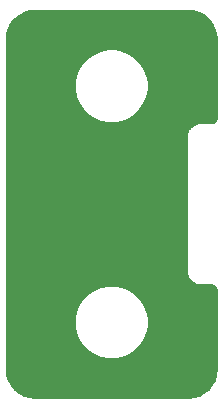
<source format=gbl>
G04 #@! TF.GenerationSoftware,KiCad,Pcbnew,5.1.9+dfsg1-1+deb11u1*
G04 #@! TF.CreationDate,2023-07-28T22:27:54+09:00*
G04 #@! TF.ProjectId,z-belt-cla_p,7a2d6265-6c74-42d6-936c-612c702e6b69,rev?*
G04 #@! TF.SameCoordinates,Original*
G04 #@! TF.FileFunction,Copper,L2,Bot*
G04 #@! TF.FilePolarity,Positive*
%FSLAX46Y46*%
G04 Gerber Fmt 4.6, Leading zero omitted, Abs format (unit mm)*
G04 Created by KiCad (PCBNEW 5.1.9+dfsg1-1+deb11u1) date 2023-07-28 22:27:54*
%MOMM*%
%LPD*%
G01*
G04 APERTURE LIST*
G04 #@! TA.AperFunction,NonConductor*
%ADD10C,0.254000*%
G04 #@! TD*
G04 #@! TA.AperFunction,NonConductor*
%ADD11C,0.100000*%
G04 #@! TD*
G04 APERTURE END LIST*
D10*
X147453893Y-82957670D02*
X147890498Y-83089489D01*
X148293185Y-83303600D01*
X148646612Y-83591848D01*
X148937327Y-83943261D01*
X149154242Y-84344439D01*
X149289106Y-84780113D01*
X149340000Y-85264344D01*
X149340001Y-91967711D01*
X149330420Y-92065424D01*
X149311420Y-92128357D01*
X149280554Y-92186406D01*
X149239011Y-92237343D01*
X149188356Y-92279248D01*
X149130529Y-92310515D01*
X149067728Y-92329956D01*
X148972165Y-92340000D01*
X147967581Y-92340000D01*
X147939671Y-92342749D01*
X147936693Y-92342728D01*
X147927522Y-92343627D01*
X147879360Y-92348689D01*
X147870617Y-92349550D01*
X147870325Y-92349638D01*
X147830473Y-92353827D01*
X147771854Y-92365860D01*
X147713116Y-92377064D01*
X147704294Y-92379728D01*
X147611075Y-92408584D01*
X147555937Y-92431762D01*
X147500463Y-92454175D01*
X147492334Y-92458498D01*
X147492330Y-92458500D01*
X147492327Y-92458502D01*
X147406489Y-92504915D01*
X147356913Y-92538355D01*
X147306844Y-92571119D01*
X147299703Y-92576943D01*
X147224514Y-92639145D01*
X147182361Y-92681594D01*
X147139629Y-92723439D01*
X147133755Y-92730540D01*
X147072079Y-92806161D01*
X147038988Y-92855966D01*
X147005174Y-92905350D01*
X147000792Y-92913456D01*
X146954980Y-92999617D01*
X146932191Y-93054909D01*
X146908622Y-93109898D01*
X146905897Y-93118701D01*
X146877692Y-93212119D01*
X146866067Y-93270826D01*
X146853635Y-93329316D01*
X146852673Y-93338470D01*
X146852672Y-93338476D01*
X146852672Y-93338481D01*
X146843150Y-93435598D01*
X146843150Y-93435608D01*
X146840001Y-93467581D01*
X146840000Y-105032418D01*
X146842749Y-105060328D01*
X146842728Y-105063308D01*
X146843627Y-105072479D01*
X146848691Y-105120663D01*
X146849550Y-105129382D01*
X146849638Y-105129673D01*
X146853827Y-105169527D01*
X146865861Y-105228152D01*
X146877064Y-105286884D01*
X146879728Y-105295706D01*
X146908584Y-105388925D01*
X146931767Y-105444075D01*
X146954175Y-105499537D01*
X146958502Y-105507673D01*
X147004914Y-105593511D01*
X147038362Y-105643098D01*
X147071119Y-105693156D01*
X147076943Y-105700297D01*
X147139145Y-105775486D01*
X147181594Y-105817639D01*
X147223439Y-105860371D01*
X147230540Y-105866245D01*
X147306160Y-105927921D01*
X147356025Y-105961052D01*
X147405350Y-105994825D01*
X147413445Y-105999202D01*
X147413448Y-105999204D01*
X147413451Y-105999205D01*
X147413456Y-105999208D01*
X147499617Y-106045020D01*
X147554909Y-106067809D01*
X147609898Y-106091378D01*
X147618701Y-106094103D01*
X147712119Y-106122308D01*
X147770826Y-106133933D01*
X147829316Y-106146365D01*
X147838470Y-106147327D01*
X147838476Y-106147328D01*
X147838481Y-106147328D01*
X147935598Y-106156850D01*
X147967581Y-106160000D01*
X148967721Y-106160000D01*
X149065424Y-106169580D01*
X149128356Y-106188580D01*
X149186405Y-106219445D01*
X149237343Y-106260989D01*
X149279248Y-106311644D01*
X149310515Y-106369471D01*
X149329956Y-106432272D01*
X149340000Y-106527835D01*
X149340001Y-113217711D01*
X149292330Y-113703894D01*
X149160512Y-114140497D01*
X148946399Y-114543186D01*
X148658150Y-114896613D01*
X148306739Y-115187327D01*
X147905564Y-115404240D01*
X147469886Y-115539106D01*
X146985664Y-115590000D01*
X134032279Y-115590000D01*
X133546106Y-115542330D01*
X133109503Y-115410512D01*
X132706814Y-115196399D01*
X132353387Y-114908150D01*
X132062673Y-114556739D01*
X131845760Y-114155564D01*
X131710894Y-113719886D01*
X131660000Y-113235664D01*
X131660000Y-108938305D01*
X137335313Y-108938305D01*
X137335313Y-109561695D01*
X137456930Y-110173105D01*
X137695490Y-110749042D01*
X138041827Y-111267371D01*
X138482629Y-111708173D01*
X139000958Y-112054510D01*
X139576895Y-112293070D01*
X140188305Y-112414687D01*
X140811695Y-112414687D01*
X141423105Y-112293070D01*
X141999042Y-112054510D01*
X142517371Y-111708173D01*
X142958173Y-111267371D01*
X143304510Y-110749042D01*
X143543070Y-110173105D01*
X143664687Y-109561695D01*
X143664687Y-108938305D01*
X143543070Y-108326895D01*
X143304510Y-107750958D01*
X142958173Y-107232629D01*
X142517371Y-106791827D01*
X141999042Y-106445490D01*
X141423105Y-106206930D01*
X140811695Y-106085313D01*
X140188305Y-106085313D01*
X139576895Y-106206930D01*
X139000958Y-106445490D01*
X138482629Y-106791827D01*
X138041827Y-107232629D01*
X137695490Y-107750958D01*
X137456930Y-108326895D01*
X137335313Y-108938305D01*
X131660000Y-108938305D01*
X131660000Y-88938305D01*
X137335313Y-88938305D01*
X137335313Y-89561695D01*
X137456930Y-90173105D01*
X137695490Y-90749042D01*
X138041827Y-91267371D01*
X138482629Y-91708173D01*
X139000958Y-92054510D01*
X139576895Y-92293070D01*
X140188305Y-92414687D01*
X140811695Y-92414687D01*
X141423105Y-92293070D01*
X141999042Y-92054510D01*
X142517371Y-91708173D01*
X142958173Y-91267371D01*
X143304510Y-90749042D01*
X143543070Y-90173105D01*
X143664687Y-89561695D01*
X143664687Y-88938305D01*
X143543070Y-88326895D01*
X143304510Y-87750958D01*
X142958173Y-87232629D01*
X142517371Y-86791827D01*
X141999042Y-86445490D01*
X141423105Y-86206930D01*
X140811695Y-86085313D01*
X140188305Y-86085313D01*
X139576895Y-86206930D01*
X139000958Y-86445490D01*
X138482629Y-86791827D01*
X138041827Y-87232629D01*
X137695490Y-87750958D01*
X137456930Y-88326895D01*
X137335313Y-88938305D01*
X131660000Y-88938305D01*
X131660000Y-85282279D01*
X131707670Y-84796107D01*
X131839489Y-84359502D01*
X132053600Y-83956815D01*
X132341848Y-83603388D01*
X132693261Y-83312673D01*
X133094439Y-83095758D01*
X133530113Y-82960894D01*
X134014344Y-82910000D01*
X146967721Y-82910000D01*
X147453893Y-82957670D01*
G04 #@! TA.AperFunction,NonConductor*
D11*
G36*
X147453893Y-82957670D02*
G01*
X147890498Y-83089489D01*
X148293185Y-83303600D01*
X148646612Y-83591848D01*
X148937327Y-83943261D01*
X149154242Y-84344439D01*
X149289106Y-84780113D01*
X149340000Y-85264344D01*
X149340001Y-91967711D01*
X149330420Y-92065424D01*
X149311420Y-92128357D01*
X149280554Y-92186406D01*
X149239011Y-92237343D01*
X149188356Y-92279248D01*
X149130529Y-92310515D01*
X149067728Y-92329956D01*
X148972165Y-92340000D01*
X147967581Y-92340000D01*
X147939671Y-92342749D01*
X147936693Y-92342728D01*
X147927522Y-92343627D01*
X147879360Y-92348689D01*
X147870617Y-92349550D01*
X147870325Y-92349638D01*
X147830473Y-92353827D01*
X147771854Y-92365860D01*
X147713116Y-92377064D01*
X147704294Y-92379728D01*
X147611075Y-92408584D01*
X147555937Y-92431762D01*
X147500463Y-92454175D01*
X147492334Y-92458498D01*
X147492330Y-92458500D01*
X147492327Y-92458502D01*
X147406489Y-92504915D01*
X147356913Y-92538355D01*
X147306844Y-92571119D01*
X147299703Y-92576943D01*
X147224514Y-92639145D01*
X147182361Y-92681594D01*
X147139629Y-92723439D01*
X147133755Y-92730540D01*
X147072079Y-92806161D01*
X147038988Y-92855966D01*
X147005174Y-92905350D01*
X147000792Y-92913456D01*
X146954980Y-92999617D01*
X146932191Y-93054909D01*
X146908622Y-93109898D01*
X146905897Y-93118701D01*
X146877692Y-93212119D01*
X146866067Y-93270826D01*
X146853635Y-93329316D01*
X146852673Y-93338470D01*
X146852672Y-93338476D01*
X146852672Y-93338481D01*
X146843150Y-93435598D01*
X146843150Y-93435608D01*
X146840001Y-93467581D01*
X146840000Y-105032418D01*
X146842749Y-105060328D01*
X146842728Y-105063308D01*
X146843627Y-105072479D01*
X146848691Y-105120663D01*
X146849550Y-105129382D01*
X146849638Y-105129673D01*
X146853827Y-105169527D01*
X146865861Y-105228152D01*
X146877064Y-105286884D01*
X146879728Y-105295706D01*
X146908584Y-105388925D01*
X146931767Y-105444075D01*
X146954175Y-105499537D01*
X146958502Y-105507673D01*
X147004914Y-105593511D01*
X147038362Y-105643098D01*
X147071119Y-105693156D01*
X147076943Y-105700297D01*
X147139145Y-105775486D01*
X147181594Y-105817639D01*
X147223439Y-105860371D01*
X147230540Y-105866245D01*
X147306160Y-105927921D01*
X147356025Y-105961052D01*
X147405350Y-105994825D01*
X147413445Y-105999202D01*
X147413448Y-105999204D01*
X147413451Y-105999205D01*
X147413456Y-105999208D01*
X147499617Y-106045020D01*
X147554909Y-106067809D01*
X147609898Y-106091378D01*
X147618701Y-106094103D01*
X147712119Y-106122308D01*
X147770826Y-106133933D01*
X147829316Y-106146365D01*
X147838470Y-106147327D01*
X147838476Y-106147328D01*
X147838481Y-106147328D01*
X147935598Y-106156850D01*
X147967581Y-106160000D01*
X148967721Y-106160000D01*
X149065424Y-106169580D01*
X149128356Y-106188580D01*
X149186405Y-106219445D01*
X149237343Y-106260989D01*
X149279248Y-106311644D01*
X149310515Y-106369471D01*
X149329956Y-106432272D01*
X149340000Y-106527835D01*
X149340001Y-113217711D01*
X149292330Y-113703894D01*
X149160512Y-114140497D01*
X148946399Y-114543186D01*
X148658150Y-114896613D01*
X148306739Y-115187327D01*
X147905564Y-115404240D01*
X147469886Y-115539106D01*
X146985664Y-115590000D01*
X134032279Y-115590000D01*
X133546106Y-115542330D01*
X133109503Y-115410512D01*
X132706814Y-115196399D01*
X132353387Y-114908150D01*
X132062673Y-114556739D01*
X131845760Y-114155564D01*
X131710894Y-113719886D01*
X131660000Y-113235664D01*
X131660000Y-108938305D01*
X137335313Y-108938305D01*
X137335313Y-109561695D01*
X137456930Y-110173105D01*
X137695490Y-110749042D01*
X138041827Y-111267371D01*
X138482629Y-111708173D01*
X139000958Y-112054510D01*
X139576895Y-112293070D01*
X140188305Y-112414687D01*
X140811695Y-112414687D01*
X141423105Y-112293070D01*
X141999042Y-112054510D01*
X142517371Y-111708173D01*
X142958173Y-111267371D01*
X143304510Y-110749042D01*
X143543070Y-110173105D01*
X143664687Y-109561695D01*
X143664687Y-108938305D01*
X143543070Y-108326895D01*
X143304510Y-107750958D01*
X142958173Y-107232629D01*
X142517371Y-106791827D01*
X141999042Y-106445490D01*
X141423105Y-106206930D01*
X140811695Y-106085313D01*
X140188305Y-106085313D01*
X139576895Y-106206930D01*
X139000958Y-106445490D01*
X138482629Y-106791827D01*
X138041827Y-107232629D01*
X137695490Y-107750958D01*
X137456930Y-108326895D01*
X137335313Y-108938305D01*
X131660000Y-108938305D01*
X131660000Y-88938305D01*
X137335313Y-88938305D01*
X137335313Y-89561695D01*
X137456930Y-90173105D01*
X137695490Y-90749042D01*
X138041827Y-91267371D01*
X138482629Y-91708173D01*
X139000958Y-92054510D01*
X139576895Y-92293070D01*
X140188305Y-92414687D01*
X140811695Y-92414687D01*
X141423105Y-92293070D01*
X141999042Y-92054510D01*
X142517371Y-91708173D01*
X142958173Y-91267371D01*
X143304510Y-90749042D01*
X143543070Y-90173105D01*
X143664687Y-89561695D01*
X143664687Y-88938305D01*
X143543070Y-88326895D01*
X143304510Y-87750958D01*
X142958173Y-87232629D01*
X142517371Y-86791827D01*
X141999042Y-86445490D01*
X141423105Y-86206930D01*
X140811695Y-86085313D01*
X140188305Y-86085313D01*
X139576895Y-86206930D01*
X139000958Y-86445490D01*
X138482629Y-86791827D01*
X138041827Y-87232629D01*
X137695490Y-87750958D01*
X137456930Y-88326895D01*
X137335313Y-88938305D01*
X131660000Y-88938305D01*
X131660000Y-85282279D01*
X131707670Y-84796107D01*
X131839489Y-84359502D01*
X132053600Y-83956815D01*
X132341848Y-83603388D01*
X132693261Y-83312673D01*
X133094439Y-83095758D01*
X133530113Y-82960894D01*
X134014344Y-82910000D01*
X146967721Y-82910000D01*
X147453893Y-82957670D01*
G37*
G04 #@! TD.AperFunction*
M02*

</source>
